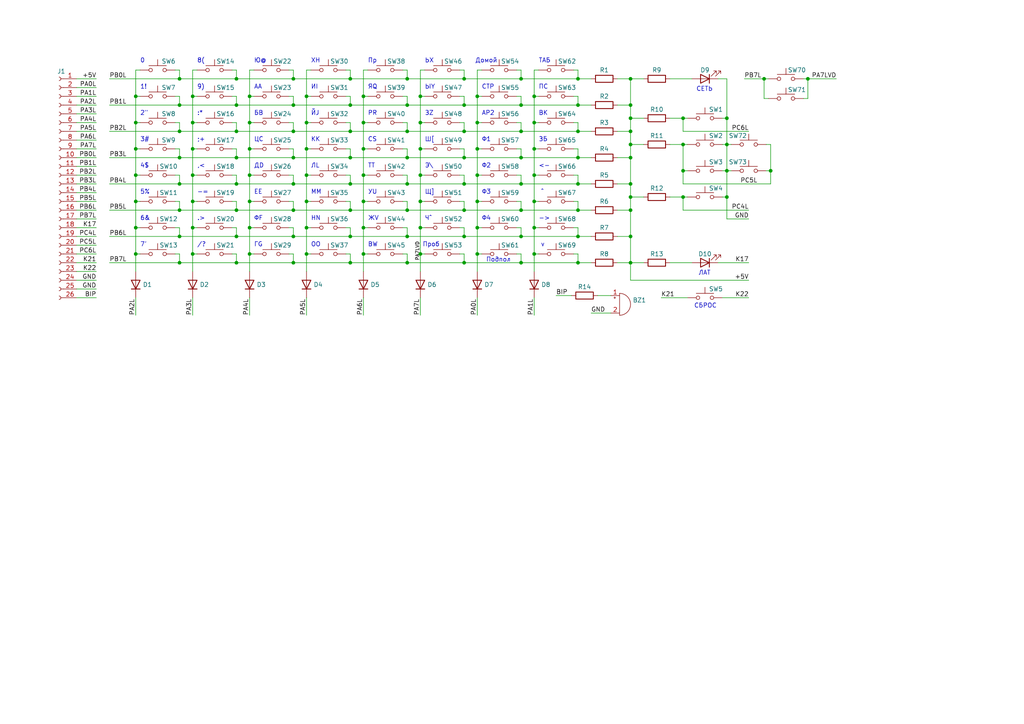
<source format=kicad_sch>
(kicad_sch (version 20230121) (generator eeschema)
  (paper "A4")
  (lib_symbols
    (symbol "Connector:Conn_01x26_Socket" (pin_names (offset 1.016) hide)
      (property "Reference" "J" (at 0 33.02 0))
      (property "Value" "Conn_01x26_Socket" (at 0 -35.56 0))
      (symbol "Conn_01x26_Socket_1_1"
        (pin passive line (at -5.08 30.48 0) (length 3.81) (name "Pin_1") (number "1"))
        (pin passive line (at -5.08 7.62 0) (length 3.81) (name "Pin_10") (number "10"))
        (pin passive line (at -5.08 5.08 0) (length 3.81) (name "Pin_11") (number "11"))
        (pin passive line (at -5.08 2.54 0) (length 3.81) (name "Pin_12") (number "12"))
        (pin passive line (at -5.08 0 0) (length 3.81) (name "Pin_13") (number "13"))
        (pin passive line (at -5.08 -2.54 0) (length 3.81) (name "Pin_14") (number "14"))
        (pin passive line (at -5.08 -5.08 0) (length 3.81) (name "Pin_15") (number "15"))
        (pin passive line (at -5.08 -7.62 0) (length 3.81) (name "Pin_16") (number "16"))
        (pin passive line (at -5.08 -10.16 0) (length 3.81) (name "Pin_17") (number "17"))
        (pin passive line (at -5.08 -12.7 0) (length 3.81) (name "Pin_18") (number "18"))
        (pin passive line (at -5.08 -15.24 0) (length 3.81) (name "Pin_19") (number "19"))
        (pin passive line (at -5.08 27.94 0) (length 3.81) (name "Pin_2") (number "2"))
        (pin passive line (at -5.08 -17.78 0) (length 3.81) (name "Pin_20") (number "20"))
        (pin passive line (at -5.08 -20.32 0) (length 3.81) (name "Pin_21") (number "21"))
        (pin passive line (at -5.08 -22.86 0) (length 3.81) (name "Pin_22") (number "22"))
        (pin passive line (at -5.08 -25.4 0) (length 3.81) (name "Pin_23") (number "23"))
        (pin passive line (at -5.08 -27.94 0) (length 3.81) (name "Pin_24") (number "24"))
        (pin passive line (at -5.08 -30.48 0) (length 3.81) (name "Pin_25") (number "25"))
        (pin passive line (at -5.08 -33.02 0) (length 3.81) (name "Pin_26") (number "26"))
        (pin passive line (at -5.08 25.4 0) (length 3.81) (name "Pin_3") (number "3"))
        (pin passive line (at -5.08 22.86 0) (length 3.81) (name "Pin_4") (number "4"))
        (pin passive line (at -5.08 20.32 0) (length 3.81) (name "Pin_5") (number "5"))
        (pin passive line (at -5.08 17.78 0) (length 3.81) (name "Pin_6") (number "6"))
        (pin passive line (at -5.08 15.24 0) (length 3.81) (name "Pin_7") (number "7"))
        (pin passive line (at -5.08 12.7 0) (length 3.81) (name "Pin_8") (number "8"))
        (pin passive line (at -5.08 10.16 0) (length 3.81) (name "Pin_9") (number "9"))
      )
    )
    (symbol "Device:Buzzer" (pin_names (offset 0.0254) hide)
      (property "Reference" "BZ" (at 3.81 1.27 0))
      (property "Value" "Buzzer" (at 3.81 -1.27 0))
      (symbol "Buzzer_1_1"
        (pin passive line (at -2.54 2.54 0) (length 2.54) (name "-") (number "1"))
        (pin passive line (at -2.54 -2.54 0) (length 2.54) (name "+") (number "2"))
      )
    )
    (symbol "Device:LED" (pin_numbers hide) (pin_names (offset 1.016) hide)
      (property "Reference" "D" (at 0 2.54 0))
      (property "Value" "LED" (at 0 -2.54 0))
      (symbol "LED_1_1"
        (pin passive line (at -3.81 0 0) (length 2.54) (name "K") (number "1"))
        (pin passive line (at 3.81 0 180) (length 2.54) (name "A") (number "2"))
      )
    )
    (symbol "Device:R" (pin_numbers hide) (pin_names (offset 0))
      (property "Reference" "R" (at 2.032 0 90))
      (property "Value" "R" (at 0 0 90))
      (symbol "R_1_1"
        (pin passive line (at 0 3.81 270) (length 1.27) (name "~") (number "1"))
        (pin passive line (at 0 -3.81 90) (length 1.27) (name "~") (number "2"))
      )
    )
    (symbol "Diode:1N4148" (pin_numbers hide) (pin_names hide)
      (property "Reference" "D" (at 0 2.54 0))
      (property "Value" "1N4148" (at 0 -2.54 0))
      (symbol "1N4148_1_1"
        (pin passive line (at -3.81 0 0) (length 2.54) (name "K") (number "1"))
        (pin passive line (at 3.81 0 180) (length 2.54) (name "A") (number "2"))
      )
    )
    (symbol "Switch:SW_Push" (pin_numbers hide) (pin_names (offset 1.016) hide)
      (property "Reference" "SW" (at 1.27 2.54 0))
      (property "Value" "SW_Push" (at 0 -1.524 0))
      (symbol "SW_Push_0_1"
        (pin passive line (at -5.08 0 0) (length 2.54) (name "1") (number "1"))
        (pin passive line (at 5.08 0 180) (length 2.54) (name "2") (number "2"))
      )
    )
  )
  (junction (at 198.12 34.29))
  (junction (at 105.41 27.94))
  (junction (at 154.94 73.66))
  (junction (at 151.13 22.86))
  (junction (at 52.07 53.34))
  (junction (at 138.43 66.04))
  (junction (at 151.13 45.72))
  (junction (at 121.92 27.94))
  (junction (at 167.64 76.2))
  (junction (at 118.11 38.1))
  (junction (at 151.13 68.58))
  (junction (at 154.94 58.42))
  (junction (at 52.07 30.48))
  (junction (at 198.12 49.53))
  (junction (at 134.62 76.2))
  (junction (at 151.13 76.2))
  (junction (at 182.88 45.72))
  (junction (at 182.88 41.91))
  (junction (at 118.11 30.48))
  (junction (at 39.37 58.42))
  (junction (at 105.41 58.42))
  (junction (at 85.09 45.72))
  (junction (at 72.39 50.8))
  (junction (at 68.58 76.2))
  (junction (at 121.92 73.66))
  (junction (at 88.9 35.56))
  (junction (at 182.88 30.48))
  (junction (at 85.09 22.86))
  (junction (at 134.62 60.96))
  (junction (at 85.09 38.1))
  (junction (at 85.09 53.34))
  (junction (at 134.62 30.48))
  (junction (at 138.43 50.8))
  (junction (at 118.11 53.34))
  (junction (at 167.64 60.96))
  (junction (at 55.88 50.8))
  (junction (at 182.88 57.15))
  (junction (at 134.62 22.86))
  (junction (at 101.6 60.96))
  (junction (at 39.37 27.94))
  (junction (at 118.11 45.72))
  (junction (at 138.43 43.18))
  (junction (at 52.07 76.2))
  (junction (at 134.62 53.34))
  (junction (at 72.39 43.18))
  (junction (at 105.41 43.18))
  (junction (at 68.58 38.1))
  (junction (at 118.11 68.58))
  (junction (at 138.43 58.42))
  (junction (at 68.58 53.34))
  (junction (at 121.92 35.56))
  (junction (at 55.88 43.18))
  (junction (at 101.6 53.34))
  (junction (at 72.39 58.42))
  (junction (at 52.07 38.1))
  (junction (at 85.09 68.58))
  (junction (at 121.92 58.42))
  (junction (at 101.6 45.72))
  (junction (at 88.9 58.42))
  (junction (at 52.07 22.86))
  (junction (at 55.88 58.42))
  (junction (at 121.92 43.18))
  (junction (at 72.39 66.04))
  (junction (at 167.64 38.1))
  (junction (at 85.09 76.2))
  (junction (at 210.82 34.29))
  (junction (at 134.62 68.58))
  (junction (at 88.9 50.8))
  (junction (at 72.39 73.66))
  (junction (at 182.88 53.34))
  (junction (at 68.58 68.58))
  (junction (at 151.13 53.34))
  (junction (at 182.88 34.29))
  (junction (at 151.13 60.96))
  (junction (at 134.62 45.72))
  (junction (at 68.58 30.48))
  (junction (at 85.09 60.96))
  (junction (at 88.9 27.94))
  (junction (at 210.82 57.15))
  (junction (at 52.07 45.72))
  (junction (at 52.07 68.58))
  (junction (at 105.41 73.66))
  (junction (at 55.88 27.94))
  (junction (at 88.9 43.18))
  (junction (at 88.9 73.66))
  (junction (at 101.6 30.48))
  (junction (at 105.41 35.56))
  (junction (at 198.12 41.91))
  (junction (at 118.11 22.86))
  (junction (at 134.62 38.1))
  (junction (at 223.52 49.53))
  (junction (at 105.41 66.04))
  (junction (at 85.09 30.48))
  (junction (at 39.37 50.8))
  (junction (at 39.37 43.18))
  (junction (at 118.11 76.2))
  (junction (at 167.64 53.34))
  (junction (at 55.88 35.56))
  (junction (at 68.58 45.72))
  (junction (at 221.615 22.86))
  (junction (at 105.41 50.8))
  (junction (at 68.58 22.86))
  (junction (at 151.13 30.48))
  (junction (at 198.12 57.15))
  (junction (at 210.82 41.91))
  (junction (at 138.43 73.66))
  (junction (at 154.94 66.04))
  (junction (at 182.88 38.1))
  (junction (at 182.88 22.86))
  (junction (at 39.37 73.66))
  (junction (at 39.37 35.56))
  (junction (at 154.94 35.56))
  (junction (at 101.6 68.58))
  (junction (at 154.94 43.18))
  (junction (at 88.9 66.04))
  (junction (at 138.43 35.56))
  (junction (at 101.6 38.1))
  (junction (at 55.88 66.04))
  (junction (at 210.82 49.53))
  (junction (at 151.13 38.1))
  (junction (at 72.39 27.94))
  (junction (at 138.43 27.94))
  (junction (at 234.315 22.86))
  (junction (at 121.92 50.8))
  (junction (at 182.88 60.96))
  (junction (at 55.88 73.66))
  (junction (at 167.64 45.72))
  (junction (at 39.37 66.04))
  (junction (at 154.94 50.8))
  (junction (at 167.64 68.58))
  (junction (at 154.94 27.94))
  (junction (at 121.92 66.04))
  (junction (at 101.6 76.2))
  (junction (at 182.88 76.2))
  (junction (at 182.88 68.58))
  (junction (at 101.6 22.86))
  (junction (at 167.64 22.86))
  (junction (at 118.11 60.96))
  (junction (at 167.64 30.48))
  (junction (at 52.07 60.96))
  (junction (at 72.39 35.56))
  (junction (at 68.58 60.96))
  (wire (pts (xy 52.07 50.8) (xy 50.8 50.8)))
  (wire (pts (xy 167.64 22.86) (xy 151.13 22.86)))
  (wire (pts (xy 72.39 27.94) (xy 72.39 35.56)))
  (wire (pts (xy 134.62 53.34) (xy 118.11 53.34)))
  (wire (pts (xy 138.43 86.36) (xy 138.43 91.44)))
  (wire (pts (xy 31.75 45.72) (xy 52.07 45.72)))
  (wire (pts (xy 55.88 43.18) (xy 55.88 50.8)))
  (wire (pts (xy 85.09 53.34) (xy 85.09 50.8)))
  (wire (pts (xy 52.07 20.32) (xy 50.8 20.32)))
  (wire (pts (xy 52.07 35.56) (xy 50.8 35.56)))
  (wire (pts (xy 194.31 22.86) (xy 200.66 22.86)))
  (wire (pts (xy 179.07 45.72) (xy 182.88 45.72)))
  (wire (pts (xy 179.07 38.1) (xy 182.88 38.1)))
  (wire (pts (xy 182.88 76.2) (xy 182.88 81.28)))
  (wire (pts (xy 85.09 60.96) (xy 101.6 60.96)))
  (wire (pts (xy 39.37 50.8) (xy 40.64 50.8)))
  (wire (pts (xy 133.35 50.8) (xy 134.62 50.8)))
  (wire (pts (xy 134.62 68.58) (xy 151.13 68.58)))
  (wire (pts (xy 22.225 78.74) (xy 27.94 78.74)))
  (wire (pts (xy 101.6 27.94) (xy 101.6 30.48)))
  (wire (pts (xy 55.88 66.04) (xy 57.15 66.04)))
  (wire (pts (xy 118.11 76.2) (xy 134.62 76.2)))
  (wire (pts (xy 88.9 66.04) (xy 88.9 73.66)))
  (wire (pts (xy 151.13 60.96) (xy 167.64 60.96)))
  (wire (pts (xy 121.92 73.66) (xy 121.92 78.74)))
  (wire (pts (xy 154.94 73.66) (xy 156.21 73.66)))
  (wire (pts (xy 83.82 66.04) (xy 85.09 66.04)))
  (wire (pts (xy 105.41 20.32) (xy 105.41 27.94)))
  (wire (pts (xy 39.37 66.04) (xy 40.64 66.04)))
  (wire (pts (xy 85.09 76.2) (xy 68.58 76.2)))
  (wire (pts (xy 182.88 68.58) (xy 182.88 76.2)))
  (wire (pts (xy 223.52 53.34) (xy 198.12 53.34)))
  (wire (pts (xy 233.045 22.86) (xy 234.315 22.86)))
  (wire (pts (xy 85.09 58.42) (xy 85.09 60.96)))
  (wire (pts (xy 22.225 68.58) (xy 27.94 68.58)))
  (wire (pts (xy 52.07 22.86) (xy 52.07 20.32)))
  (wire (pts (xy 101.6 76.2) (xy 118.11 76.2)))
  (wire (pts (xy 88.9 73.66) (xy 88.9 78.74)))
  (wire (pts (xy 134.62 58.42) (xy 134.62 60.96)))
  (wire (pts (xy 105.41 43.18) (xy 105.41 50.8)))
  (wire (pts (xy 167.64 73.66) (xy 166.37 73.66)))
  (wire (pts (xy 85.09 45.72) (xy 85.09 43.18)))
  (wire (pts (xy 134.62 43.18) (xy 134.62 45.72)))
  (wire (pts (xy 182.88 22.86) (xy 186.69 22.86)))
  (wire (pts (xy 182.88 30.48) (xy 182.88 34.29)))
  (wire (pts (xy 133.35 58.42) (xy 134.62 58.42)))
  (wire (pts (xy 22.225 71.12) (xy 27.94 71.12)))
  (wire (pts (xy 68.58 60.96) (xy 52.07 60.96)))
  (wire (pts (xy 133.35 66.04) (xy 134.62 66.04)))
  (wire (pts (xy 194.31 41.91) (xy 198.12 41.91)))
  (wire (pts (xy 116.84 73.66) (xy 118.11 73.66)))
  (wire (pts (xy 167.64 38.1) (xy 167.64 35.56)))
  (wire (pts (xy 22.225 30.48) (xy 27.94 30.48)))
  (wire (pts (xy 121.92 43.18) (xy 123.19 43.18)))
  (wire (pts (xy 198.12 34.29) (xy 198.12 38.1)))
  (wire (pts (xy 151.13 45.72) (xy 151.13 43.18)))
  (wire (pts (xy 121.92 86.36) (xy 121.92 91.44)))
  (wire (pts (xy 55.88 43.18) (xy 57.15 43.18)))
  (wire (pts (xy 50.8 66.04) (xy 52.07 66.04)))
  (wire (pts (xy 161.29 85.725) (xy 165.735 85.725)))
  (wire (pts (xy 39.37 66.04) (xy 39.37 73.66)))
  (wire (pts (xy 67.31 50.8) (xy 68.58 50.8)))
  (wire (pts (xy 85.09 30.48) (xy 68.58 30.48)))
  (wire (pts (xy 52.07 45.72) (xy 52.07 43.18)))
  (wire (pts (xy 118.11 35.56) (xy 118.11 38.1)))
  (wire (pts (xy 85.09 27.94) (xy 83.82 27.94)))
  (wire (pts (xy 167.64 27.94) (xy 167.64 30.48)))
  (wire (pts (xy 182.88 81.28) (xy 217.17 81.28)))
  (wire (pts (xy 22.225 63.5) (xy 27.94 63.5)))
  (wire (pts (xy 101.6 66.04) (xy 101.6 68.58)))
  (wire (pts (xy 182.88 45.72) (xy 182.88 53.34)))
  (wire (pts (xy 105.41 58.42) (xy 106.68 58.42)))
  (wire (pts (xy 88.9 50.8) (xy 90.17 50.8)))
  (wire (pts (xy 121.92 50.8) (xy 121.92 58.42)))
  (wire (pts (xy 123.19 20.32) (xy 121.92 20.32)))
  (wire (pts (xy 22.225 27.94) (xy 27.94 27.94)))
  (wire (pts (xy 22.225 45.72) (xy 27.94 45.72)))
  (wire (pts (xy 121.92 43.18) (xy 121.92 50.8)))
  (wire (pts (xy 52.07 43.18) (xy 50.8 43.18)))
  (wire (pts (xy 83.82 73.66) (xy 85.09 73.66)))
  (wire (pts (xy 85.09 76.2) (xy 101.6 76.2)))
  (wire (pts (xy 73.66 20.32) (xy 72.39 20.32)))
  (wire (pts (xy 39.37 50.8) (xy 39.37 58.42)))
  (wire (pts (xy 88.9 73.66) (xy 90.17 73.66)))
  (wire (pts (xy 167.64 76.2) (xy 171.45 76.2)))
  (wire (pts (xy 151.13 27.94) (xy 149.86 27.94)))
  (wire (pts (xy 154.94 27.94) (xy 154.94 35.56)))
  (wire (pts (xy 133.35 35.56) (xy 134.62 35.56)))
  (wire (pts (xy 100.33 27.94) (xy 101.6 27.94)))
  (wire (pts (xy 134.62 22.86) (xy 118.11 22.86)))
  (wire (pts (xy 31.75 53.34) (xy 52.07 53.34)))
  (wire (pts (xy 149.86 43.18) (xy 151.13 43.18)))
  (wire (pts (xy 72.39 66.04) (xy 72.39 73.66)))
  (wire (pts (xy 182.88 38.1) (xy 182.88 41.91)))
  (wire (pts (xy 88.9 66.04) (xy 90.17 66.04)))
  (wire (pts (xy 85.09 38.1) (xy 68.58 38.1)))
  (wire (pts (xy 134.62 45.72) (xy 118.11 45.72)))
  (wire (pts (xy 166.37 20.32) (xy 167.64 20.32)))
  (wire (pts (xy 133.35 20.32) (xy 134.62 20.32)))
  (wire (pts (xy 39.37 27.94) (xy 40.64 27.94)))
  (wire (pts (xy 39.37 73.66) (xy 40.64 73.66)))
  (wire (pts (xy 222.25 41.91) (xy 223.52 41.91)))
  (wire (pts (xy 101.6 38.1) (xy 85.09 38.1)))
  (wire (pts (xy 55.88 50.8) (xy 55.88 58.42)))
  (wire (pts (xy 134.62 27.94) (xy 134.62 30.48)))
  (wire (pts (xy 85.09 38.1) (xy 85.09 35.56)))
  (wire (pts (xy 134.62 38.1) (xy 118.11 38.1)))
  (wire (pts (xy 138.43 50.8) (xy 138.43 58.42)))
  (wire (pts (xy 57.15 20.32) (xy 55.88 20.32)))
  (wire (pts (xy 149.86 35.56) (xy 151.13 35.56)))
  (wire (pts (xy 68.58 27.94) (xy 68.58 30.48)))
  (wire (pts (xy 22.225 22.86) (xy 27.94 22.86)))
  (wire (pts (xy 39.37 35.56) (xy 39.37 43.18)))
  (wire (pts (xy 182.88 60.96) (xy 182.88 68.58)))
  (wire (pts (xy 167.64 30.48) (xy 151.13 30.48)))
  (wire (pts (xy 134.62 30.48) (xy 118.11 30.48)))
  (wire (pts (xy 22.225 86.36) (xy 27.94 86.36)))
  (wire (pts (xy 72.39 43.18) (xy 72.39 50.8)))
  (wire (pts (xy 39.37 73.66) (xy 39.37 78.74)))
  (wire (pts (xy 72.39 73.66) (xy 73.66 73.66)))
  (wire (pts (xy 52.07 73.66) (xy 50.8 73.66)))
  (wire (pts (xy 52.07 53.34) (xy 52.07 50.8)))
  (wire (pts (xy 72.39 66.04) (xy 73.66 66.04)))
  (wire (pts (xy 100.33 43.18) (xy 101.6 43.18)))
  (wire (pts (xy 39.37 58.42) (xy 39.37 66.04)))
  (wire (pts (xy 22.225 43.18) (xy 27.94 43.18)))
  (wire (pts (xy 72.39 86.36) (xy 72.39 91.44)))
  (wire (pts (xy 31.75 60.96) (xy 52.07 60.96)))
  (wire (pts (xy 167.64 53.34) (xy 171.45 53.34)))
  (wire (pts (xy 179.07 76.2) (xy 182.88 76.2)))
  (wire (pts (xy 198.12 34.29) (xy 199.39 34.29)))
  (wire (pts (xy 210.82 63.5) (xy 217.17 63.5)))
  (wire (pts (xy 138.43 58.42) (xy 138.43 66.04)))
  (wire (pts (xy 198.12 60.96) (xy 217.17 60.96)))
  (wire (pts (xy 154.94 86.36) (xy 154.94 91.44)))
  (wire (pts (xy 118.11 66.04) (xy 118.11 68.58)))
  (wire (pts (xy 121.92 73.66) (xy 123.19 73.66)))
  (wire (pts (xy 121.92 35.56) (xy 121.92 43.18)))
  (wire (pts (xy 134.62 20.32) (xy 134.62 22.86)))
  (wire (pts (xy 208.28 22.86) (xy 210.82 22.86)))
  (wire (pts (xy 167.64 43.18) (xy 167.64 45.72)))
  (wire (pts (xy 209.55 34.29) (xy 210.82 34.29)))
  (wire (pts (xy 85.09 35.56) (xy 83.82 35.56)))
  (wire (pts (xy 134.62 60.96) (xy 151.13 60.96)))
  (wire (pts (xy 85.09 73.66) (xy 85.09 76.2)))
  (wire (pts (xy 55.88 35.56) (xy 55.88 43.18)))
  (wire (pts (xy 22.225 50.8) (xy 27.94 50.8)))
  (wire (pts (xy 133.35 73.66) (xy 134.62 73.66)))
  (wire (pts (xy 101.6 58.42) (xy 101.6 60.96)))
  (wire (pts (xy 67.31 73.66) (xy 68.58 73.66)))
  (wire (pts (xy 88.9 27.94) (xy 90.17 27.94)))
  (wire (pts (xy 39.37 43.18) (xy 39.37 50.8)))
  (wire (pts (xy 138.43 43.18) (xy 139.7 43.18)))
  (wire (pts (xy 22.225 66.04) (xy 27.94 66.04)))
  (wire (pts (xy 134.62 50.8) (xy 134.62 53.34)))
  (wire (pts (xy 52.07 68.58) (xy 68.58 68.58)))
  (wire (pts (xy 116.84 66.04) (xy 118.11 66.04)))
  (wire (pts (xy 209.55 41.91) (xy 210.82 41.91)))
  (wire (pts (xy 72.39 58.42) (xy 73.66 58.42)))
  (wire (pts (xy 68.58 35.56) (xy 68.58 38.1)))
  (wire (pts (xy 167.64 45.72) (xy 171.45 45.72)))
  (wire (pts (xy 88.9 50.8) (xy 88.9 58.42)))
  (wire (pts (xy 118.11 20.32) (xy 118.11 22.86)))
  (wire (pts (xy 105.41 27.94) (xy 106.68 27.94)))
  (wire (pts (xy 138.43 73.66) (xy 138.43 78.74)))
  (wire (pts (xy 221.615 28.575) (xy 221.615 22.86)))
  (wire (pts (xy 138.43 58.42) (xy 139.7 58.42)))
  (wire (pts (xy 151.13 68.58) (xy 151.13 66.04)))
  (wire (pts (xy 52.07 30.48) (xy 52.07 27.94)))
  (wire (pts (xy 39.37 58.42) (xy 40.64 58.42)))
  (wire (pts (xy 101.6 22.86) (xy 85.09 22.86)))
  (wire (pts (xy 22.225 53.34) (xy 27.94 53.34)))
  (wire (pts (xy 210.82 41.91) (xy 210.82 34.29)))
  (wire (pts (xy 149.86 50.8) (xy 151.13 50.8)))
  (wire (pts (xy 101.6 30.48) (xy 85.09 30.48)))
  (wire (pts (xy 182.88 41.91) (xy 182.88 45.72)))
  (wire (pts (xy 72.39 50.8) (xy 73.66 50.8)))
  (wire (pts (xy 101.6 53.34) (xy 85.09 53.34)))
  (wire (pts (xy 105.41 43.18) (xy 106.68 43.18)))
  (wire (pts (xy 138.43 73.66) (xy 139.7 73.66)))
  (wire (pts (xy 55.88 73.66) (xy 57.15 73.66)))
  (wire (pts (xy 101.6 60.96) (xy 118.11 60.96)))
  (wire (pts (xy 68.58 73.66) (xy 68.58 76.2)))
  (wire (pts (xy 22.225 38.1) (xy 27.94 38.1)))
  (wire (pts (xy 39.37 35.56) (xy 40.64 35.56)))
  (wire (pts (xy 210.82 57.15) (xy 210.82 49.53)))
  (wire (pts (xy 154.94 58.42) (xy 156.21 58.42)))
  (wire (pts (xy 105.41 66.04) (xy 106.68 66.04)))
  (wire (pts (xy 182.88 57.15) (xy 186.69 57.15)))
  (wire (pts (xy 166.37 50.8) (xy 167.64 50.8)))
  (wire (pts (xy 121.92 66.04) (xy 123.19 66.04)))
  (wire (pts (xy 138.43 27.94) (xy 139.7 27.94)))
  (wire (pts (xy 100.33 35.56) (xy 101.6 35.56)))
  (wire (pts (xy 166.37 27.94) (xy 167.64 27.94)))
  (wire (pts (xy 182.88 53.34) (xy 182.88 57.15)))
  (wire (pts (xy 167.64 20.32) (xy 167.64 22.86)))
  (wire (pts (xy 210.82 49.53) (xy 212.09 49.53)))
  (wire (pts (xy 182.88 34.29) (xy 186.69 34.29)))
  (wire (pts (xy 22.225 55.88) (xy 27.94 55.88)))
  (wire (pts (xy 167.64 68.58) (xy 171.45 68.58)))
  (wire (pts (xy 68.58 66.04) (xy 68.58 68.58)))
  (wire (pts (xy 151.13 30.48) (xy 151.13 27.94)))
  (wire (pts (xy 118.11 38.1) (xy 101.6 38.1)))
  (wire (pts (xy 88.9 43.18) (xy 88.9 50.8)))
  (wire (pts (xy 151.13 76.2) (xy 167.64 76.2)))
  (wire (pts (xy 118.11 43.18) (xy 118.11 45.72)))
  (wire (pts (xy 105.41 86.36) (xy 105.41 91.44)))
  (wire (pts (xy 121.92 27.94) (xy 121.92 35.56)))
  (wire (pts (xy 116.84 43.18) (xy 118.11 43.18)))
  (wire (pts (xy 55.88 27.94) (xy 55.88 35.56)))
  (wire (pts (xy 88.9 35.56) (xy 90.17 35.56)))
  (wire (pts (xy 198.12 41.91) (xy 199.39 41.91)))
  (wire (pts (xy 39.37 20.32) (xy 39.37 27.94)))
  (wire (pts (xy 101.6 35.56) (xy 101.6 38.1)))
  (wire (pts (xy 154.94 73.66) (xy 154.94 78.74)))
  (wire (pts (xy 88.9 20.32) (xy 88.9 27.94)))
  (wire (pts (xy 151.13 45.72) (xy 134.62 45.72)))
  (wire (pts (xy 22.225 33.02) (xy 27.94 33.02)))
  (wire (pts (xy 22.225 35.56) (xy 27.94 35.56)))
  (wire (pts (xy 138.43 27.94) (xy 138.43 35.56)))
  (wire (pts (xy 194.31 34.29) (xy 198.12 34.29)))
  (wire (pts (xy 151.13 38.1) (xy 167.64 38.1)))
  (wire (pts (xy 179.07 53.34) (xy 182.88 53.34)))
  (wire (pts (xy 154.94 50.8) (xy 154.94 58.42)))
  (wire (pts (xy 134.62 73.66) (xy 134.62 76.2)))
  (wire (pts (xy 179.07 68.58) (xy 182.88 68.58)))
  (wire (pts (xy 67.31 20.32) (xy 68.58 20.32)))
  (wire (pts (xy 68.58 45.72) (xy 52.07 45.72)))
  (wire (pts (xy 221.615 22.86) (xy 222.885 22.86)))
  (wire (pts (xy 22.225 81.28) (xy 27.94 81.28)))
  (wire (pts (xy 116.84 35.56) (xy 118.11 35.56)))
  (wire (pts (xy 191.77 86.36) (xy 199.39 86.36)))
  (wire (pts (xy 72.39 50.8) (xy 72.39 58.42)))
  (wire (pts (xy 85.09 66.04) (xy 85.09 68.58)))
  (wire (pts (xy 85.09 20.32) (xy 83.82 20.32)))
  (wire (pts (xy 134.62 76.2) (xy 151.13 76.2)))
  (wire (pts (xy 223.52 49.53) (xy 223.52 53.34)))
  (wire (pts (xy 121.92 50.8) (xy 123.19 50.8)))
  (wire (pts (xy 151.13 22.86) (xy 134.62 22.86)))
  (wire (pts (xy 116.84 20.32) (xy 118.11 20.32)))
  (wire (pts (xy 88.9 35.56) (xy 88.9 43.18)))
  (wire (pts (xy 210.82 41.91) (xy 212.09 41.91)))
  (wire (pts (xy 39.37 27.94) (xy 39.37 35.56)))
  (wire (pts (xy 154.94 58.42) (xy 154.94 66.04)))
  (wire (pts (xy 223.52 41.91) (xy 223.52 49.53)))
  (wire (pts (xy 179.07 60.96) (xy 182.88 60.96)))
  (wire (pts (xy 209.55 49.53) (xy 210.82 49.53)))
  (wire (pts (xy 105.41 66.04) (xy 105.41 73.66)))
  (wire (pts (xy 85.09 60.96) (xy 68.58 60.96)))
  (wire (pts (xy 55.88 66.04) (xy 55.88 73.66)))
  (wire (pts (xy 208.28 76.2) (xy 217.17 76.2)))
  (wire (pts (xy 151.13 35.56) (xy 151.13 38.1)))
  (wire (pts (xy 134.62 66.04) (xy 134.62 68.58)))
  (wire (pts (xy 116.84 50.8) (xy 118.11 50.8)))
  (wire (pts (xy 55.88 73.66) (xy 55.88 78.74)))
  (wire (pts (xy 121.92 20.32) (xy 121.92 27.94)))
  (wire (pts (xy 182.88 57.15) (xy 182.88 60.96)))
  (wire (pts (xy 72.39 35.56) (xy 72.39 43.18)))
  (wire (pts (xy 167.64 60.96) (xy 167.64 58.42)))
  (wire (pts (xy 121.92 58.42) (xy 121.92 66.04)))
  (wire (pts (xy 173.355 85.725) (xy 177.165 85.725)))
  (wire (pts (xy 167.64 68.58) (xy 151.13 68.58)))
  (wire (pts (xy 68.58 58.42) (xy 68.58 60.96)))
  (wire (pts (xy 67.31 27.94) (xy 68.58 27.94)))
  (wire (pts (xy 154.94 50.8) (xy 156.21 50.8)))
  (wire (pts (xy 133.35 43.18) (xy 134.62 43.18)))
  (wire (pts (xy 118.11 58.42) (xy 118.11 60.96)))
  (wire (pts (xy 209.55 57.15) (xy 210.82 57.15)))
  (wire (pts (xy 118.11 68.58) (xy 134.62 68.58)))
  (wire (pts (xy 166.37 58.42) (xy 167.64 58.42)))
  (wire (pts (xy 83.82 58.42) (xy 85.09 58.42)))
  (wire (pts (xy 105.41 50.8) (xy 105.41 58.42)))
  (wire (pts (xy 118.11 73.66) (xy 118.11 76.2)))
  (wire (pts (xy 31.75 22.86) (xy 52.07 22.86)))
  (wire (pts (xy 100.33 58.42) (xy 101.6 58.42)))
  (wire (pts (xy 85.09 50.8) (xy 83.82 50.8)))
  (wire (pts (xy 118.11 60.96) (xy 134.62 60.96)))
  (wire (pts (xy 234.315 28.575) (xy 234.315 22.86)))
  (wire (pts (xy 154.94 43.18) (xy 156.21 43.18)))
  (wire (pts (xy 182.88 41.91) (xy 186.69 41.91)))
  (wire (pts (xy 156.21 20.32) (xy 154.94 20.32)))
  (wire (pts (xy 118.11 50.8) (xy 118.11 53.34)))
  (wire (pts (xy 167.64 22.86) (xy 171.45 22.86)))
  (wire (pts (xy 52.07 60.96) (xy 52.07 58.42)))
  (wire (pts (xy 151.13 50.8) (xy 151.13 53.34)))
  (wire (pts (xy 88.9 27.94) (xy 88.9 35.56)))
  (wire (pts (xy 198.12 57.15) (xy 198.12 60.96)))
  (wire (pts (xy 72.39 43.18) (xy 73.66 43.18)))
  (wire (pts (xy 167.64 38.1) (xy 171.45 38.1)))
  (wire (pts (xy 121.92 27.94) (xy 123.19 27.94)))
  (wire (pts (xy 151.13 20.32) (xy 149.86 20.32)))
  (wire (pts (xy 55.88 50.8) (xy 57.15 50.8)))
  (wire (pts (xy 72.39 27.94) (xy 73.66 27.94)))
  (wire (pts (xy 68.58 38.1) (xy 52.07 38.1)))
  (wire (pts (xy 151.13 53.34) (xy 134.62 53.34)))
  (wire (pts (xy 121.92 58.42) (xy 123.19 58.42)))
  (wire (pts (xy 179.07 22.86) (xy 182.88 22.86)))
  (wire (pts (xy 22.225 73.66) (xy 27.94 73.66)))
  (wire (pts (xy 68.58 43.18) (xy 68.58 45.72)))
  (wire (pts (xy 138.43 66.04) (xy 138.43 73.66)))
  (wire (pts (xy 149.86 58.42) (xy 151.13 58.42)))
  (wire (pts (xy 101.6 45.72) (xy 85.09 45.72)))
  (wire (pts (xy 167.64 76.2) (xy 167.64 73.66)))
  (wire (pts (xy 210.82 57.15) (xy 210.82 63.5)))
  (wire (pts (xy 85.09 53.34) (xy 68.58 53.34)))
  (wire (pts (xy 67.31 43.18) (xy 68.58 43.18)))
  (wire (pts (xy 138.43 66.04) (xy 139.7 66.04)))
  (wire (pts (xy 85.09 43.18) (xy 83.82 43.18)))
  (wire (pts (xy 167.64 30.48) (xy 171.45 30.48)))
  (wire (pts (xy 31.75 76.2) (xy 52.07 76.2)))
  (wire (pts (xy 52.07 27.94) (xy 50.8 27.94)))
  (wire (pts (xy 68.58 53.34) (xy 52.07 53.34)))
  (wire (pts (xy 154.94 43.18) (xy 154.94 50.8)))
  (wire (pts (xy 85.09 45.72) (xy 68.58 45.72)))
  (wire (pts (xy 67.31 66.04) (xy 68.58 66.04)))
  (wire (pts (xy 105.41 58.42) (xy 105.41 66.04)))
  (wire (pts (xy 31.75 38.1) (xy 52.07 38.1)))
  (wire (pts (xy 121.92 35.56) (xy 123.19 35.56)))
  (wire (pts (xy 154.94 27.94) (xy 156.21 27.94)))
  (wire (pts (xy 67.31 35.56) (xy 68.58 35.56)))
  (wire (pts (xy 101.6 43.18) (xy 101.6 45.72)))
  (wire (pts (xy 68.58 68.58) (xy 85.09 68.58)))
  (wire (pts (xy 22.225 83.82) (xy 27.94 83.82)))
  (wire (pts (xy 100.33 50.8) (xy 101.6 50.8)))
  (wire (pts (xy 85.09 30.48) (xy 85.09 27.94)))
  (wire (pts (xy 134.62 35.56) (xy 134.62 38.1)))
  (wire (pts (xy 52.07 38.1) (xy 52.07 35.56)))
  (wire (pts (xy 88.9 86.36) (xy 88.9 91.44)))
  (wire (pts (xy 88.9 58.42) (xy 88.9 66.04)))
  (wire (pts (xy 138.43 43.18) (xy 138.43 50.8)))
  (wire (pts (xy 166.37 43.18) (xy 167.64 43.18)))
  (wire (pts (xy 22.225 25.4) (xy 27.94 25.4)))
  (wire (pts (xy 118.11 22.86) (xy 101.6 22.86)))
  (wire (pts (xy 52.07 68.58) (xy 52.07 66.04)))
  (wire (pts (xy 171.45 90.805) (xy 177.165 90.805)))
  (wire (pts (xy 55.88 20.32) (xy 55.88 27.94)))
  (wire (pts (xy 40.64 20.32) (xy 39.37 20.32)))
  (wire (pts (xy 105.41 73.66) (xy 106.68 73.66)))
  (wire (pts (xy 22.225 76.2) (xy 27.94 76.2)))
  (wire (pts (xy 85.09 68.58) (xy 101.6 68.58)))
  (wire (pts (xy 22.225 60.96) (xy 27.94 60.96)))
  (wire (pts (xy 22.225 40.64) (xy 27.94 40.64)))
  (wire (pts (xy 72.39 73.66) (xy 72.39 78.74)))
  (wire (pts (xy 22.225 48.26) (xy 27.94 48.26)))
  (wire (pts (xy 68.58 76.2) (xy 52.07 76.2)))
  (wire (pts (xy 101.6 20.32) (xy 101.6 22.86)))
  (wire (pts (xy 72.39 58.42) (xy 72.39 66.04)))
  (wire (pts (xy 31.75 68.58) (xy 52.07 68.58)))
  (wire (pts (xy 105.41 50.8) (xy 106.68 50.8)))
  (wire (pts (xy 22.225 58.42) (xy 27.94 58.42)))
  (wire (pts (xy 55.88 86.36) (xy 55.88 91.44)))
  (wire (pts (xy 52.07 76.2) (xy 52.07 73.66)))
  (wire (pts (xy 101.6 68.58) (xy 118.11 68.58)))
  (wire (pts (xy 105.41 27.94) (xy 105.41 35.56)))
  (wire (pts (xy 39.37 86.36) (xy 39.37 91.44)))
  (wire (pts (xy 194.31 57.15) (xy 198.12 57.15)))
  (wire (pts (xy 149.86 73.66) (xy 151.13 73.66)))
  (wire (pts (xy 116.84 58.42) (xy 118.11 58.42)))
  (wire (pts (xy 198.12 57.15) (xy 199.39 57.15)))
  (wire (pts (xy 67.31 58.42) (xy 68.58 58.42)))
  (wire (pts (xy 182.88 76.2) (xy 186.69 76.2)))
  (wire (pts (xy 31.75 30.48) (xy 52.07 30.48)))
  (wire (pts (xy 55.88 58.42) (xy 55.88 66.04)))
  (wire (pts (xy 90.17 20.32) (xy 88.9 20.32)))
  (wire (pts (xy 210.82 34.29) (xy 210.82 22.86)))
  (wire (pts (xy 215.9 22.86) (xy 221.615 22.86)))
  (wire (pts (xy 234.315 22.86) (xy 242.57 22.86)))
  (wire (pts (xy 106.68 20.32) (xy 105.41 20.32)))
  (wire (pts (xy 167.64 66.04) (xy 167.64 68.58)))
  (wire (pts (xy 105.41 73.66) (xy 105.41 78.74)))
  (wire (pts (xy 151.13 38.1) (xy 134.62 38.1)))
  (wire (pts (xy 154.94 35.56) (xy 156.21 35.56)))
  (wire (pts (xy 198.12 38.1) (xy 217.17 38.1)))
  (wire (pts (xy 154.94 35.56) (xy 154.94 43.18)))
  (wire (pts (xy 55.88 35.56) (xy 57.15 35.56)))
  (wire (pts (xy 138.43 50.8) (xy 139.7 50.8)))
  (wire (pts (xy 233.045 28.575) (xy 234.315 28.575)))
  (wire (pts (xy 39.37 43.18) (xy 40.64 43.18)))
  (wire (pts (xy 85.09 22.86) (xy 68.58 22.86)))
  (wire (pts (xy 101.6 73.66) (xy 101.6 76.2)))
  (wire (pts (xy 100.33 20.32) (xy 101.6 20.32)))
  (wire (pts (xy 138.43 35.56) (xy 139.7 35.56)))
  (wire (pts (xy 138.43 20.32) (xy 138.43 27.94)))
  (wire (pts (xy 154.94 20.32) (xy 154.94 27.94)))
  (wire (pts (xy 105.41 35.56) (xy 105.41 43.18)))
  (wire (pts (xy 151.13 73.66) (xy 151.13 76.2)))
  (wire (pts (xy 222.885 28.575) (xy 221.615 28.575)))
  (wire (pts (xy 139.7 20.32) (xy 138.43 20.32)))
  (wire (pts (xy 167.64 45.72) (xy 151.13 45.72)))
  (wire (pts (xy 167.64 60.96) (xy 171.45 60.96)))
  (wire (pts (xy 151.13 58.42) (xy 151.13 60.96)))
  (wire (pts (xy 116.84 27.94) (xy 118.11 27.94)))
  (wire (pts (xy 151.13 53.34) (xy 167.64 53.34)))
  (wire (pts (xy 166.37 35.56) (xy 167.64 35.56)))
  (wire (pts (xy 182.88 34.29) (xy 182.88 38.1)))
  (wire (pts (xy 154.94 66.04) (xy 156.21 66.04)))
  (wire (pts (xy 194.31 76.2) (xy 200.66 76.2)))
  (wire (pts (xy 118.11 30.48) (xy 101.6 30.48)))
  (wire (pts (xy 154.94 66.04) (xy 154.94 73.66)))
  (wire (pts (xy 151.13 30.48) (xy 134.62 30.48)))
  (wire (pts (xy 222.25 49.53) (xy 223.52 49.53)))
  (wire (pts (xy 167.64 53.34) (xy 167.64 50.8)))
  (wire (pts (xy 68.58 20.32) (xy 68.58 22.86)))
  (wire (pts (xy 72.39 20.32) (xy 72.39 27.94)))
  (wire (pts (xy 166.37 66.04) (xy 167.64 66.04)))
  (wire (pts (xy 68.58 30.48) (xy 52.07 30.48)))
  (wire (pts (xy 85.09 22.86) (xy 85.09 20.32)))
  (wire (pts (xy 118.11 27.94) (xy 118.11 30.48)))
  (wire (pts (xy 101.6 50.8) (xy 101.6 53.34)))
  (wire (pts (xy 182.88 22.86) (xy 182.88 30.48)))
  (wire (pts (xy 198.12 41.91) (xy 198.12 49.53)))
  (wire (pts (xy 88.9 58.42) (xy 90.17 58.42)))
  (wire (pts (xy 149.86 66.04) (xy 151.13 66.04)))
  (wire (pts (xy 121.92 66.04) (xy 121.92 73.66)))
  (wire (pts (xy 52.07 58.42) (xy 50.8 58.42)))
  (wire (pts (xy 198.12 53.34) (xy 198.12 49.53)))
  (wire (pts (xy 100.33 66.04) (xy 101.6 66.04)))
  (wire (pts (xy 72.39 35.56) (xy 73.66 35.56)))
  (wire (pts (xy 118.11 53.34) (xy 101.6 53.34)))
  (wire (pts (xy 55.88 58.42) (xy 57.15 58.42)))
  (wire (pts (xy 118.11 45.72) (xy 101.6 45.72)))
  (wire (pts (xy 209.55 86.36) (xy 217.17 86.36)))
  (wire (pts (xy 105.41 35.56) (xy 106.68 35.56)))
  (wire (pts (xy 100.33 73.66) (xy 101.6 73.66)))
  (wire (pts (xy 198.12 49.53) (xy 199.39 49.53)))
  (wire (pts (xy 68.58 22.86) (xy 52.07 22.86)))
  (wire (pts (xy 88.9 43.18) (xy 90.17 43.18)))
  (wire (pts (xy 179.07 30.48) (xy 182.88 30.48)))
  (wire (pts (xy 138.43 35.56) (xy 138.43 43.18)))
  (wire (pts (xy 151.13 22.86) (xy 151.13 20.32)))
  (wire (pts (xy 133.35 27.94) (xy 134.62 27.94)))
  (wire (pts (xy 68.58 50.8) (xy 68.58 53.34)))
  (wire (pts (xy 210.82 49.53) (xy 210.82 41.91)))
  (wire (pts (xy 55.88 27.94) (xy 57.15 27.94)))
  (text "ФF" (at 73.66 64.135 0) (effects (font (size 1.27 1.27)) (justify left bottom)))
  (text "8(" (at 57.15 18.415 0) (effects (font (size 1.27 1.27)) (justify left bottom)))
  (text "ЛАТ" (at 202.565 80.01 0) (effects (font (size 1.27 1.27)) (justify left bottom)))
  (text "ЖV" (at 106.68 64.135 0) (effects (font (size 1.27 1.27)) (justify left bottom)))
  (text "ГG" (at 73.66 71.755 0) (effects (font (size 1.27 1.27)) (justify left bottom)))
  (text ";+" (at 57.15 41.275 0) (effects (font (size 1.27 1.27)) (justify left bottom)))
  (text "ЗZ" (at 123.19 33.655 0) (effects (font (size 1.27 1.27)) (justify left bottom)))
  (text "KK" (at 90.17 41.275 0) (effects (font (size 1.27 1.27)) (justify left bottom)))
  (text "OO" (at 90.17 71.755 0) (effects (font (size 1.27 1.27)) (justify left bottom)))
  (text "EE" (at 73.66 56.515 0) (effects (font (size 1.27 1.27)) (justify left bottom)))
  (text "CS" (at 106.68 41.275 0) (effects (font (size 1.27 1.27)) (justify left bottom)))
  (text "MM" (at 90.17 56.515 0) (effects (font (size 1.27 1.27)) (justify left bottom)))
  (text "->" (at 156.21 64.135 0) (effects (font (size 1.27 1.27)) (justify left bottom)))
  (text ".>" (at 57.15 64.135 0) (effects (font (size 1.27 1.27)) (justify left bottom)))
  (text "7'" (at 40.64 71.755 0) (effects (font (size 1.27 1.27)) (justify left bottom)))
  (text "ВW" (at 106.68 71.755 0) (effects (font (size 1.27 1.27)) (justify left bottom)))
  (text "XH" (at 90.17 18.415 0) (effects (font (size 1.27 1.27)) (justify left bottom)))
  (text "^" (at 156.845 56.515 0) (effects (font (size 1.27 1.27)) (justify left bottom)))
  (text "СТР" (at 139.7 26.035 0) (effects (font (size 1.27 1.27)) (justify left bottom)))
  (text "-=" (at 57.15 56.515 0) (effects (font (size 1.27 1.27)) (justify left bottom)))
  (text "v" (at 156.845 71.755 0) (effects (font (size 1.27 1.27)) (justify left bottom)))
  (text "ЬХ" (at 123.19 18.415 0) (effects (font (size 1.27 1.27)) (justify left bottom)))
  (text "Э\\" (at 123.19 48.895 0) (effects (font (size 1.27 1.27)) (justify left bottom)))
  (text "Ф2" (at 139.7 48.895 0) (effects (font (size 1.27 1.27)) (justify left bottom)))
  (text "ВК" (at 156.21 33.655 0) (effects (font (size 1.27 1.27)) (justify left bottom)))
  (text "СЕТЬ" (at 201.93 26.67 0) (effects (font (size 1.27 1.27)) (justify left bottom)))
  (text "ЙJ" (at 90.17 33.655 0) (effects (font (size 1.27 1.27)) (justify left bottom)))
  (text "Подпол" (at 140.97 76.2 0) (effects (font (size 1.27 1.27)) (justify left bottom)))
  (text "Ш[" (at 123.19 41.275 0) (effects (font (size 1.27 1.27)) (justify left bottom)))
  (text ":*" (at 57.15 33.655 0) (effects (font (size 1.27 1.27)) (justify left bottom)))
  (text "Ю@" (at 73.66 18.415 0) (effects (font (size 1.27 1.27)) (justify left bottom)))
  (text "ЦC" (at 73.66 41.275 0) (effects (font (size 1.27 1.27)) (justify left bottom)))
  (text "Ф1" (at 139.7 41.275 0) (effects (font (size 1.27 1.27)) (justify left bottom)))
  (text "Щ]" (at 123.19 56.515 0) (effects (font (size 1.27 1.27)) (justify left bottom)))
  (text "4$" (at 40.64 48.895 0) (effects (font (size 1.27 1.27)) (justify left bottom)))
  (text "HN" (at 90.17 64.135 0) (effects (font (size 1.27 1.27)) (justify left bottom)))
  (text "ТАБ" (at 156.21 18.415 0) (effects (font (size 1.27 1.27)) (justify left bottom)))
  (text "Домой" (at 137.795 18.415 0) (effects (font (size 1.27 1.27)) (justify left bottom)))
  (text "ИI" (at 90.17 26.035 0) (effects (font (size 1.27 1.27)) (justify left bottom)))
  (text "ЗБ" (at 156.21 41.275 0) (effects (font (size 1.27 1.27)) (justify left bottom)))
  (text "1!" (at 40.64 26.035 0) (effects (font (size 1.27 1.27)) (justify left bottom)))
  (text "СБРОС" (at 201.295 89.535 0) (effects (font (size 1.27 1.27)) (justify left bottom)))
  (text "PR" (at 106.68 33.655 0) (effects (font (size 1.27 1.27)) (justify left bottom)))
  (text "5%" (at 40.64 56.515 0) (effects (font (size 1.27 1.27)) (justify left bottom)))
  (text "АР2" (at 139.7 33.655 0) (effects (font (size 1.27 1.27)) (justify left bottom)))
  (text "Пр" (at 106.68 18.415 0) (effects (font (size 1.27 1.27)) (justify left bottom)))
  (text "<-" (at 156.21 48.895 0) (effects (font (size 1.27 1.27)) (justify left bottom)))
  (text "ЫY" (at 123.19 26.035 0) (effects (font (size 1.27 1.27)) (justify left bottom)))
  (text "Ч^" (at 123.19 64.135 0) (effects (font (size 1.27 1.27)) (justify left bottom)))
  (text "ДD" (at 73.66 48.895 0) (effects (font (size 1.27 1.27)) (justify left bottom)))
  (text "Проб" (at 122.555 71.755 0) (effects (font (size 1.27 1.27)) (justify left bottom)))
  (text "/?" (at 57.15 71.755 0) (effects (font (size 1.27 1.27)) (justify left bottom)))
  (text "AA" (at 73.66 26.035 0) (effects (font (size 1.27 1.27)) (justify left bottom)))
  (text ",<" (at 57.15 48.895 0) (effects (font (size 1.27 1.27)) (justify left bottom)))
  (text "Ф4" (at 139.7 64.135 0) (effects (font (size 1.27 1.27)) (justify left bottom)))
  (text "БB" (at 73.66 33.655 0) (effects (font (size 1.27 1.27)) (justify left bottom)))
  (text "3#" (at 40.64 41.275 0) (effects (font (size 1.27 1.27)) (justify left bottom)))
  (text "TT" (at 106.68 48.895 0) (effects (font (size 1.27 1.27)) (justify left bottom)))
  (text "ПС" (at 156.21 26.035 0) (effects (font (size 1.27 1.27)) (justify left bottom)))
  (text "Ф3" (at 139.7 56.515 0) (effects (font (size 1.27 1.27)) (justify left bottom)))
  (text "ЛL" (at 90.17 48.895 0) (effects (font (size 1.27 1.27)) (justify left bottom)))
  (text "6&" (at 40.64 64.135 0) (effects (font (size 1.27 1.27)) (justify left bottom)))
  (text "ЯQ" (at 106.68 26.035 0) (effects (font (size 1.27 1.27)) (justify left bottom)))
  (text "0" (at 40.64 18.415 0) (effects (font (size 1.27 1.27)) (justify left bottom)))
  (text "2\"" (at 40.64 33.655 0) (effects (font (size 1.27 1.27)) (justify left bottom)))
  (text "УU" (at 106.68 56.515 0) (effects (font (size 1.27 1.27)) (justify left bottom)))
  (text "9)" (at 57.15 26.035 0) (effects (font (size 1.27 1.27)) (justify left bottom)))
  (label "PA4L" (at 27.94 35.56 180))
  (label "BIP" (at 161.29 85.725 0))
  (label "PB7L" (at 31.75 76.2 0))
  (label "PA1L" (at 27.94 27.94 180))
  (label "PB4L" (at 31.75 53.34 0))
  (label "PB2L" (at 27.94 50.8 180))
  (label "PB3L" (at 27.94 53.34 180))
  (label "PC6L" (at 217.17 38.1 180))
  (label "PA4L" (at 72.39 91.44 90))
  (label "PB7L" (at 27.94 63.5 180))
  (label "PB5L" (at 31.75 60.96 0))
  (label "+5V" (at 217.17 81.28 180))
  (label "PA0L" (at 27.94 25.4 180))
  (label "K17" (at 27.94 66.04 180))
  (label "PA2L" (at 39.37 91.44 90))
  (label "K22" (at 27.94 78.74 180))
  (label "PA7L" (at 27.94 43.18 180))
  (label "K22" (at 217.17 86.36 180))
  (label "PC4L" (at 217.17 60.96 180))
  (label "PB0L" (at 27.94 45.72 180))
  (label "PA2L" (at 27.94 30.48 180))
  (label "PB0L" (at 31.75 22.86 0))
  (label "GND" (at 27.94 81.28 180))
  (label "PB1L" (at 31.75 30.48 0))
  (label "PB5L" (at 27.94 58.42 180))
  (label "PA7LVD" (at 242.57 22.86 180))
  (label "PB4L" (at 27.94 55.88 180))
  (label "K21" (at 27.94 76.2 180))
  (label "PA6L" (at 105.41 91.44 90))
  (label "PB7L" (at 215.9 22.86 0))
  (label "PA3L" (at 27.94 33.02 180))
  (label "PC5L" (at 27.94 71.12 180))
  (label "PB2L" (at 31.75 38.1 0))
  (label "PB3L" (at 31.75 45.72 0))
  (label "+5V" (at 27.94 22.86 180))
  (label "PB6L" (at 27.94 60.96 180))
  (label "PC4L" (at 27.94 68.58 180))
  (label "PA7LVD" (at 121.92 75.565 90) (effects (font (size 1 1))))
  (label "GND" (at 27.94 83.82 180))
  (label "PA6L" (at 27.94 40.64 180))
  (label "GND" (at 171.45 90.805 0))
  (label "K17" (at 217.17 76.2 180))
  (label "PB1L" (at 27.94 48.26 180))
  (label "PC6L" (at 27.94 73.66 180))
  (label "PB6L" (at 31.75 68.58 0))
  (label "PA0L" (at 138.43 91.44 90))
  (label "PA1L" (at 154.94 91.44 90))
  (label "K21" (at 191.77 86.36 0))
  (label "BIP" (at 27.94 86.36 180))
  (label "PA3L" (at 55.88 91.44 90))
  (label "PA7L" (at 121.92 91.44 90))
  (label "PC5L" (at 219.71 53.34 180))
  (label "PA5L" (at 27.94 38.1 180))
  (label "PA5L" (at 88.9 91.44 90))
  (label "GND" (at 217.17 63.5 180))
  (symbol (lib_id "Switch:SW_Push") (at 111.76 43.18 0) (unit 1)
    (property "Reference" "SW41" (at 114.935 40.64 0))
    (property "Value" "SW_Push" (effects hide))
    (property "Footprint" "P0101kbdLib:SW_Cherry_MX_1.00u_Plate_" (effects hide))
  )
  (symbol (lib_id "Switch:SW_Push") (at 144.78 35.56 0) (unit 1)
    (property "Reference" "SW56" (at 147.955 33.02 0))
    (property "Value" "SW_Push" (effects hide))
    (property "Footprint" "P0101kbdLib:SW_Cherry_MX_1.00u_Plate_" (effects hide))
  )
  (symbol (lib_id "Device:R") (at 175.26 60.96 90) (unit 1)
    (property "Reference" "R6" (at 175.26 58.42 90))
    (property "Value" "10K" (effects hide))
    (property "Footprint" "Resistor_SMD:R_1206_3216Metric_Pad1.30x1.75mm_HandSolder" (effects hide))
  )
  (symbol (lib_id "Diode:1N4148") (at 154.94 82.55 90) (unit 1)
    (property "Reference" "D8" (at 156.972 82.55 90) (effects (justify right)))
    (property "Value" "1N4148" (effects hide))
    (property "Footprint" "Diode_SMD:D_SOD-323" (effects hide))
    (property "Datasheet" "https://assets.nexperia.com/documents/data-sheet/1N4148_1N4448.pdf" (effects hide))
    (property "Sim.Device" "D" (effects hide))
    (property "Sim.Pins" "1=K 2=A" (effects hide))
  )
  (symbol (lib_id "Switch:SW_Push") (at 111.76 66.04 0) (unit 1)
    (property "Reference" "SW44" (at 114.935 63.5 0))
    (property "Value" "SW_Push" (effects hide))
    (property "Footprint" "P0101kbdLib:SW_Cherry_MX_1.00u_Plate_" (effects hide))
  )
  (symbol (lib_id "Switch:SW_Push") (at 95.25 58.42 0) (unit 1)
    (property "Reference" "SW35" (at 98.425 55.88 0))
    (property "Value" "SW_Push" (effects hide))
    (property "Footprint" "P0101kbdLib:SW_Cherry_MX_1.00u_Plate_" (effects hide))
  )
  (symbol (lib_id "Switch:SW_Push") (at 45.72 50.8 0) (unit 1)
    (property "Reference" "SW10" (at 48.895 48.26 0))
    (property "Value" "4$" (effects hide))
    (property "Footprint" "P0101kbdLib:SW_Cherry_MX_1.00u_Plate_" (effects hide))
  )
  (symbol (lib_id "Switch:SW_Push") (at 78.74 73.66 0) (unit 1)
    (property "Reference" "SW29" (at 81.915 71.12 0))
    (property "Value" "SW_Push" (effects hide))
    (property "Footprint" "P0101kbdLib:SW_Cherry_MX_1.00u_Plate_" (effects hide))
  )
  (symbol (lib_id "Device:R") (at 175.26 22.86 90) (unit 1)
    (property "Reference" "R1" (at 175.26 20.32 90))
    (property "Value" "10K" (effects hide))
    (property "Footprint" "Resistor_SMD:R_1206_3216Metric_Pad1.30x1.75mm_HandSolder" (effects hide))
  )
  (symbol (lib_id "Switch:SW_Push") (at 128.27 50.8 0) (unit 1)
    (property "Reference" "SW50" (at 131.445 48.26 0))
    (property "Value" "SW_Push" (effects hide))
    (property "Footprint" "P0101kbdLib:SW_Cherry_MX_1.00u_Plate_" (effects hide))
  )
  (symbol (lib_id "Switch:SW_Push") (at 45.72 58.42 0) (unit 1)
    (property "Reference" "SW11" (at 48.895 55.88 0))
    (property "Value" "5%" (effects hide))
    (property "Footprint" "P0101kbdLib:SW_Cherry_MX_1.00u_Plate_" (effects hide))
  )
  (symbol (lib_id "Connector:Conn_01x26_Socket") (at 17.145 53.34 0) (mirror y) (unit 1)
    (property "Reference" "J1" (at 17.78 20.6827 0))
    (property "Value" "Conn_01x26_Socket" (effects hide))
    (property "Footprint" "P0101kbdLib:PinSocket_1x30_P2.54mm_Horizontal_" (effects hide))
  )
  (symbol (lib_id "Switch:SW_Push") (at 204.47 49.53 0) (unit 1)
    (property "Reference" "SW3" (at 207.645 46.99 0))
    (property "Value" "SW_Push" (effects hide))
    (property "Footprint" "P0101kbdLib:SW_Cherry_MX_1.25u_Plate_" (effects hide))
  )
  (symbol (lib_id "Switch:SW_Push") (at 95.25 73.66 0) (unit 1)
    (property "Reference" "SW37" (at 98.425 71.12 0))
    (property "Value" "SW_Push" (effects hide))
    (property "Footprint" "P0101kbdLib:SW_Cherry_MX_1.00u_Plate_" (effects hide))
  )
  (symbol (lib_id "Switch:SW_Push") (at 95.25 66.04 0) (unit 1)
    (property "Reference" "SW36" (at 98.425 63.5 0))
    (property "Value" "SW_Push" (effects hide))
    (property "Footprint" "P0101kbdLib:SW_Cherry_MX_1.00u_Plate_" (effects hide))
  )
  (symbol (lib_id "Diode:1N4148") (at 88.9 82.55 90) (unit 1)
    (property "Reference" "D4" (at 90.932 82.55 90) (effects (justify right)))
    (property "Value" "1N4148" (effects hide))
    (property "Footprint" "Diode_SMD:D_SOD-323" (effects hide))
    (property "Datasheet" "https://assets.nexperia.com/documents/data-sheet/1N4148_1N4448.pdf" (effects hide))
    (property "Sim.Device" "D" (effects hide))
    (property "Sim.Pins" "1=K 2=A" (effects hide))
  )
  (symbol (lib_id "Diode:1N4148") (at 121.92 82.55 90) (unit 1)
    (property "Reference" "D6" (at 123.952 82.55 90) (effects (justify right)))
    (property "Value" "1N4148" (effects hide))
    (property "Footprint" "Diode_SMD:D_SOD-323" (effects hide))
    (property "Datasheet" "https://assets.nexperia.com/documents/data-sheet/1N4148_1N4448.pdf" (effects hide))
    (property "Sim.Device" "D" (effects hide))
    (property "Sim.Pins" "1=K 2=A" (effects hide))
  )
  (symbol (lib_id "Switch:SW_Push") (at 62.23 66.04 0) (unit 1)
    (property "Reference" "SW20" (at 65.405 63.5 0))
    (property "Value" ".>" (effects hide))
    (property "Footprint" "P0101kbdLib:SW_Cherry_MX_1.00u_Plate_" (effects hide))
  )
  (symbol (lib_id "Switch:SW_Push") (at 144.78 58.42 0) (unit 1)
    (property "Reference" "SW59" (at 147.955 55.88 0))
    (property "Value" "SW_Push" (effects hide))
    (property "Footprint" "P0101kbdLib:SW_Cherry_MX_1.00u_Plate_" (effects hide))
  )
  (symbol (lib_id "Switch:SW_Push") (at 62.23 58.42 0) (unit 1)
    (property "Reference" "SW19" (at 65.405 55.88 0))
    (property "Value" "-=" (effects hide))
    (property "Footprint" "P0101kbdLib:SW_Cherry_MX_1.00u_Plate_" (effects hide))
  )
  (symbol (lib_id "Diode:1N4148") (at 138.43 82.55 90) (unit 1)
    (property "Reference" "D7" (at 140.462 82.55 90) (effects (justify right)))
    (property "Value" "1N4148" (effects hide))
    (property "Footprint" "Diode_SMD:D_SOD-323" (effects hide))
    (property "Datasheet" "https://assets.nexperia.com/documents/data-sheet/1N4148_1N4448.pdf" (effects hide))
    (property "Sim.Device" "D" (effects hide))
    (property "Sim.Pins" "1=K 2=A" (effects hide))
  )
  (symbol (lib_id "Switch:SW_Push") (at 95.25 35.56 0) (unit 1)
    (property "Reference" "SW32" (at 98.425 33.02 0))
    (property "Value" "SW_Push" (effects hide))
    (property "Footprint" "P0101kbdLib:SW_Cherry_MX_1.00u_Plate_" (effects hide))
  )
  (symbol (lib_id "Device:R") (at 190.5 41.91 90) (unit 1)
    (property "Reference" "R11" (at 190.5 39.37 90))
    (property "Value" "10K" (effects hide))
    (property "Footprint" "Resistor_SMD:R_1206_3216Metric_Pad1.30x1.75mm_HandSolder" (effects hide))
  )
  (symbol (lib_id "Switch:SW_Push") (at 45.72 66.04 0) (unit 1)
    (property "Reference" "SW12" (at 48.895 63.5 0))
    (property "Value" "6&" (effects hide))
    (property "Footprint" "P0101kbdLib:SW_Cherry_MX_1.00u_Plate_" (effects hide))
  )
  (symbol (lib_id "Device:R") (at 175.26 76.2 90) (unit 1)
    (property "Reference" "R8" (at 175.26 73.66 90))
    (property "Value" "10K" (effects hide))
    (property "Footprint" "Resistor_SMD:R_1206_3216Metric_Pad1.30x1.75mm_HandSolder" (effects hide))
  )
  (symbol (lib_id "Switch:SW_Push") (at 78.74 50.8 0) (unit 1)
    (property "Reference" "SW26" (at 81.915 48.26 0))
    (property "Value" "SW_Push" (effects hide))
    (property "Footprint" "P0101kbdLib:SW_Cherry_MX_1.00u_Plate_" (effects hide))
  )
  (symbol (lib_id "Switch:SW_Push") (at 62.23 35.56 0) (unit 1)
    (property "Reference" "SW16" (at 65.405 33.02 0))
    (property "Value" ":*" (effects hide))
    (property "Footprint" "P0101kbdLib:SW_Cherry_MX_1.00u_Plate_" (effects hide))
  )
  (symbol (lib_id "Device:R") (at 190.5 22.86 90) (unit 1)
    (property "Reference" "R9" (at 190.5 20.32 90))
    (property "Value" "330" (effects hide))
    (property "Footprint" "Resistor_SMD:R_1206_3216Metric_Pad1.30x1.75mm_HandSolder" (effects hide))
  )
  (symbol (lib_id "Switch:SW_Push") (at 111.76 73.66 0) (unit 1)
    (property "Reference" "SW45" (at 114.935 71.12 0))
    (property "Value" "SW_Push" (effects hide))
    (property "Footprint" "P0101kbdLib:SW_Cherry_MX_1.00u_Plate_" (effects hide))
  )
  (symbol (lib_id "Device:LED") (at 204.47 22.86 180) (unit 1)
    (property "Reference" "D9" (at 204.47 20.32 0))
    (property "Value" "LED" (effects hide))
    (property "Footprint" "LED_THT:LED_D5.0mm" (effects hide))
  )
  (symbol (lib_id "Switch:SW_Push") (at 95.25 20.32 0) (unit 1)
    (property "Reference" "SW30" (at 98.425 17.78 0))
    (property "Value" "SW_Push" (effects hide))
    (property "Footprint" "P0101kbdLib:SW_Cherry_MX_1.00u_Plate_" (effects hide))
  )
  (symbol (lib_id "Switch:SW_Push") (at 78.74 35.56 0) (unit 1)
    (property "Reference" "SW24" (at 81.915 33.02 0))
    (property "Value" "SW_Push" (effects hide))
    (property "Footprint" "P0101kbdLib:SW_Cherry_MX_1.00u_Plate_" (effects hide))
  )
  (symbol (lib_id "Switch:SW_Push") (at 128.27 35.56 0) (unit 1)
    (property "Reference" "SW48" (at 131.445 33.02 0))
    (property "Value" "SW_Push" (effects hide))
    (property "Footprint" "P0101kbdLib:SW_Cherry_MX_1.00u_Plate_" (effects hide))
  )
  (symbol (lib_id "Switch:SW_Push") (at 62.23 50.8 0) (unit 1)
    (property "Reference" "SW18" (at 65.405 48.26 0))
    (property "Value" ",<" (effects hide))
    (property "Footprint" "P0101kbdLib:SW_Cherry_MX_1.00u_Plate_" (effects hide))
  )
  (symbol (lib_id "Switch:SW_Push") (at 161.29 35.56 0) (unit 1)
    (property "Reference" "SW64" (at 164.465 33.02 0))
    (property "Value" "SW_Push" (effects hide))
    (property "Footprint" "P0101kbdLib:SW_Cherry_MX_1.00u_Plate_" (effects hide))
  )
  (symbol (lib_id "Device:LED") (at 204.47 76.2 180) (unit 1)
    (property "Reference" "D10" (at 204.47 73.66 0))
    (property "Value" "LED" (effects hide))
    (property "Footprint" "LED_THT:LED_D5.0mm" (effects hide))
  )
  (symbol (lib_id "Switch:SW_Push") (at 161.29 58.42 0) (unit 1)
    (property "Reference" "SW67" (at 164.465 55.88 0))
    (property "Value" "SW_Push" (effects hide))
    (property "Footprint" "P0101kbdLib:SW_Cherry_MX_1.00u_Plate_" (effects hide))
  )
  (symbol (lib_id "Switch:SW_Push") (at 161.29 43.18 0) (unit 1)
    (property "Reference" "SW65" (at 164.465 40.64 0))
    (property "Value" "SW_Push" (effects hide))
    (property "Footprint" "P0101kbdLib:SW_Cherry_MX_1.00u_Plate_" (effects hide))
  )
  (symbol (lib_id "Switch:SW_Push") (at 144.78 66.04 0) (unit 1)
    (property "Reference" "SW60" (at 147.955 63.5 0))
    (property "Value" "SW_Push" (effects hide))
    (property "Footprint" "P0101kbdLib:SW_Cherry_MX_1.00u_Plate_" (effects hide))
  )
  (symbol (lib_id "Switch:SW_Push") (at 78.74 27.94 0) (unit 1)
    (property "Reference" "SW23" (at 81.915 25.4 0))
    (property "Value" "SW_Push" (effects hide))
    (property "Footprint" "P0101kbdLib:SW_Cherry_MX_1.00u_Plate_" (effects hide))
  )
  (symbol (lib_id "Switch:SW_Push") (at 227.965 22.86 0) (mirror y) (unit 1)
    (property "Reference" "SW70" (at 231.14 20.32 0))
    (property "Value" "SW_Push" (effects hide))
    (property "Footprint" "P0101kbdLib:SW_Cherry_MX_1.00u_Plate_" (effects hide))
  )
  (symbol (lib_id "Switch:SW_Push") (at 144.78 20.32 0) (unit 1)
    (property "Reference" "SW54" (at 147.955 17.78 0))
    (property "Value" "SW_Push" (effects hide))
    (property "Footprint" "P0101kbdLib:SW_Cherry_MX_1.00u_Plate_" (effects hide))
  )
  (symbol (lib_id "Switch:SW_Push") (at 45.72 35.56 0) (unit 1)
    (property "Reference" "SW8" (at 48.895 33.02 0))
    (property "Value" "2\"" (effects hide))
    (property "Footprint" "P0101kbdLib:SW_Cherry_MX_1.00u_Plate_" (effects hide))
  )
  (symbol (lib_id "Device:R") (at 175.26 68.58 90) (unit 1)
    (property "Reference" "R7" (at 175.26 66.04 90))
    (property "Value" "10K" (effects hide))
    (property "Footprint" "Resistor_SMD:R_1206_3216Metric_Pad1.30x1.75mm_HandSolder" (effects hide))
  )
  (symbol (lib_id "Switch:SW_Push") (at 161.29 73.66 0) (unit 1)
    (property "Reference" "SW69" (at 164.465 71.12 0))
    (property "Value" "SW_Push" (effects hide))
    (property "Footprint" "P0101kbdLib:SW_Cherry_MX_1.00u_Plate_" (effects hide))
  )
  (symbol (lib_id "Switch:SW_Push") (at 95.25 27.94 0) (unit 1)
    (property "Reference" "SW31" (at 98.425 25.4 0))
    (property "Value" "SW_Push" (effects hide))
    (property "Footprint" "P0101kbdLib:SW_Cherry_MX_1.00u_Plate_" (effects hide))
  )
  (symbol (lib_id "Diode:1N4148") (at 55.88 82.55 90) (unit 1)
    (property "Reference" "D2" (at 57.912 82.55 90) (effects (justify right)))
    (property "Value" "1N4148" (effects hide))
    (property "Footprint" "Diode_SMD:D_SOD-323" (effects hide))
    (property "Datasheet" "https://assets.nexperia.com/documents/data-sheet/1N4148_1N4448.pdf" (effects hide))
    (property "Sim.Device" "D" (effects hide))
    (property "Sim.Pins" "1=K 2=A" (effects hide))
  )
  (symbol (lib_id "Switch:SW_Push") (at 62.23 43.18 0) (unit 1)
    (property "Reference" "SW17" (at 65.405 40.64 0))
    (property "Value" ";+" (effects hide))
    (property "Footprint" "P0101kbdLib:SW_Cherry_MX_1.00u_Plate_" (effects hide))
  )
  (symbol (lib_id "Switch:SW_Push") (at 62.23 73.66 0) (unit 1)
    (property "Reference" "SW21" (at 65.405 71.12 0))
    (property "Value" "/?" (effects hide))
    (property "Footprint" "P0101kbdLib:SW_Cherry_MX_1.00u_Plate_" (effects hide))
  )
  (symbol (lib_id "Switch:SW_Push") (at 217.17 41.91 0) (mirror y) (unit 1)
    (property "Reference" "SW72" (at 213.995 39.37 0))
    (property "Value" "SW_Push" (effects hide))
    (property "Footprint" "P0101kbdLib:SW_Cherry_MX_1.25u_Plate_" (effects hide))
  )
  (symbol (lib_id "Switch:SW_Push") (at 45.72 43.18 0) (unit 1)
    (property "Reference" "SW9" (at 48.895 40.64 0))
    (property "Value" "3#" (effects hide))
    (property "Footprint" "P0101kbdLib:SW_Cherry_MX_1.00u_Plate_" (effects hide))
  )
  (symbol (lib_id "Switch:SW_Push") (at 45.72 20.32 0) (unit 1)
    (property "Reference" "SW6" (at 48.895 17.78 0))
    (property "Value" "0" (effects hide))
    (property "Footprint" "P0101kbdLib:SW_Cherry_MX_1.00u_Plate_" (effects hide))
  )
  (symbol (lib_id "Switch:SW_Push") (at 111.76 20.32 0) (unit 1)
    (property "Reference" "SW38" (at 114.935 17.78 0))
    (property "Value" "SW_Push" (effects hide))
    (property "Footprint" "P0101kbdLib:SW_Cherry_MX_1.00u_Plate_" (effects hide))
  )
  (symbol (lib_id "Switch:SW_Push") (at 78.74 66.04 0) (unit 1)
    (property "Reference" "SW28" (at 81.915 63.5 0))
    (property "Value" "SW_Push" (effects hide))
    (property "Footprint" "P0101kbdLib:SW_Cherry_MX_1.00u_Plate_" (effects hide))
  )
  (symbol (lib_id "Device:R") (at 169.545 85.725 90) (unit 1)
    (property "Reference" "R14" (at 169.545 83.185 90))
    (property "Value" "120" (effects hide))
    (property "Footprint" "Resistor_SMD:R_1206_3216Metric_Pad1.30x1.75mm_HandSolder" (effects hide))
  )
  (symbol (lib_id "Device:R") (at 175.26 53.34 90) (unit 1)
    (property "Reference" "R5" (at 175.26 50.8 90))
    (property "Value" "10K" (effects hide))
    (property "Footprint" "Resistor_SMD:R_1206_3216Metric_Pad1.30x1.75mm_HandSolder" (effects hide))
  )
  (symbol (lib_id "Switch:SW_Push") (at 128.27 66.04 0) (unit 1)
    (property "Reference" "SW52" (at 131.445 63.5 0))
    (property "Value" "SW_Push" (effects hide))
    (property "Footprint" "P0101kbdLib:SW_Cherry_MX_1.00u_Plate_" (effects hide))
  )
  (symbol (lib_id "Device:R") (at 190.5 57.15 90) (unit 1)
    (property "Reference" "R12" (at 190.5 54.61 90))
    (property "Value" "10K" (effects hide))
    (property "Footprint" "Resistor_SMD:R_1206_3216Metric_Pad1.30x1.75mm_HandSolder" (effects hide))
  )
  (symbol (lib_id "Switch:SW_Push") (at 78.74 43.18 0) (unit 1)
    (property "Reference" "SW25" (at 81.915 40.64 0))
    (property "Value" "SW_Push" (effects hide))
    (property "Footprint" "P0101kbdLib:SW_Cherry_MX_1.00u_Plate_" (effects hide))
  )
  (symbol (lib_id "Switch:SW_Push") (at 78.74 20.32 0) (unit 1)
    (property "Reference" "SW22" (at 81.915 17.78 0))
    (property "Value" "SW_Push" (effects hide))
    (property "Footprint" "P0101kbdLib:SW_Cherry_MX_1.00u_Plate_" (effects hide))
  )
  (symbol (lib_id "Device:R") (at 175.26 30.48 90) (unit 1)
    (property "Reference" "R2" (at 175.26 27.94 90))
    (property "Value" "10K" (effects hide))
    (property "Footprint" "Resistor_SMD:R_1206_3216Metric_Pad1.30x1.75mm_HandSolder" (effects hide))
  )
  (symbol (lib_id "Switch:SW_Push") (at 144.78 43.18 0) (unit 1)
    (property "Reference" "SW57" (at 147.955 40.64 0))
    (property "Value" "SW_Push" (effects hide))
    (property "Footprint" "P0101kbdLib:SW_Cherry_MX_1.00u_Plate_" (effects hide))
  )
  (symbol (lib_id "Switch:SW_Push") (at 161.29 66.04 0) (unit 1)
    (property "Reference" "SW68" (at 164.465 63.5 0))
    (property "Value" "SW_Push" (effects hide))
    (property "Footprint" "P0101kbdLib:SW_Cherry_MX_1.00u_Plate_" (effects hide))
  )
  (symbol (lib_id "Switch:SW_Push") (at 144.78 27.94 0) (unit 1)
    (property "Reference" "SW55" (at 147.955 25.4 0))
    (property "Value" "SW_Push" (effects hide))
    (property "Footprint" "P0101kbdLib:SW_Cherry_MX_1.00u_Plate_" (effects hide))
  )
  (symbol (lib_id "Switch:SW_Push") (at 204.47 57.15 0) (unit 1)
    (property "Reference" "SW4" (at 207.645 54.61 0))
    (property "Value" "SW_Push" (effects hide))
    (property "Footprint" "P0101kbdLib:SW_Cherry_MX_1.00u_Plate_" (effects hide))
  )
  (symbol (lib_id "Switch:SW_Push") (at 128.27 27.94 0) (unit 1)
    (property "Reference" "SW47" (at 131.445 25.4 0))
    (property "Value" "SW_Push" (effects hide))
    (property "Footprint" "P0101kbdLib:SW_Cherry_MX_1.00u_Plate_" (effects hide))
  )
  (symbol (lib_id "Switch:SW_Push") (at 128.27 43.18 0) (unit 1)
    (property "Reference" "SW49" (at 131.445 40.64 0))
    (property "Value" "SW_Push" (effects hide))
    (property "Footprint" "P0101kbdLib:SW_Cherry_MX_1.00u_Plate_" (effects hide))
  )
  (symbol (lib_id "Diode:1N4148") (at 72.39 82.55 90) (unit 1)
    (property "Reference" "D3" (at 74.422 82.55 90) (effects (justify right)))
    (property "Value" "1N4148" (effects hide))
    (property "Footprint" "Diode_SMD:D_SOD-323" (effects hide))
    (property "Datasheet" "https://assets.nexperia.com/documents/data-sheet/1N4148_1N4448.pdf" (effects hide))
    (property "Sim.Device" "D" (effects hide))
    (property "Sim.Pins" "1=K 2=A" (effects hide))
  )
  (symbol (lib_id "Switch:SW_Push") (at 111.76 27.94 0) (unit 1)
    (property "Reference" "SW39" (at 114.935 25.4 0))
    (property "Value" "SW_Push" (effects hide))
    (property "Footprint" "P0101kbdLib:SW_Cherry_MX_1.00u_Plate_" (effects hide))
  )
  (symbol (lib_id "Device:R") (at 175.26 45.72 90) (unit 1)
    (property "Reference" "R4" (at 175.26 43.18 90))
    (property "Value" "10K" (effects hide))
    (property "Footprint" "Resistor_SMD:R_1206_3216Metric_Pad1.30x1.75mm_HandSolder" (effects hide))
  )
  (symbol (lib_id "Switch:SW_Push") (at 128.27 73.66 0) (unit 1)
    (property "Reference" "SW53" (at 131.445 71.12 0))
    (property "Value" "SW_Push" (effects hide))
    (property "Footprint" "P0101kbdLib:SW_Cherry_MX_6.25u_Plate" (effects hide))
  )
  (symbol (lib_id "Device:R") (at 190.5 76.2 90) (unit 1)
    (property "Reference" "R13" (at 190.5 73.66 90))
    (property "Value" "330" (effects hide))
    (property "Footprint" "Resistor_SMD:R_1206_3216Metric_Pad1.30x1.75mm_HandSolder" (effects hide))
  )
  (symbol (lib_id "Diode:1N4148") (at 105.41 82.55 90) (unit 1)
    (property "Reference" "D5" (at 107.442 82.55 90) (effects (justify right)))
    (property "Value" "1N4148" (effects hide))
    (property "Footprint" "Diode_SMD:D_SOD-323" (effects hide))
    (property "Datasheet" "https://assets.nexperia.com/documents/data-sheet/1N4148_1N4448.pdf" (effects hide))
    (property "Sim.Device" "D" (effects hide))
    (property "Sim.Pins" "1=K 2=A" (effects hide))
  )
  (symbol (lib_id "Diode:1N4148") (at 39.37 82.55 90) (unit 1)
    (property "Reference" "D1" (at 41.402 82.55 90) (effects (justify right)))
    (property "Value" "1N4148" (effects hide))
    (property "Footprint" "Diode_SMD:D_SOD-323" (effects hide))
    (property "Datasheet" "https://assets.nexperia.com/documents/data-sheet/1N4148_1N4448.pdf" (effects hide))
    (property "Sim.Device" "D" (effects hide))
    (property "Sim.Pins" "1=K 2=A" (effects hide))
  )
  (symbol (lib_id "Switch:SW_Push") (at 111.76 35.56 0) (unit 1)
    (property "Reference" "SW40" (at 114.935 33.02 0))
    (property "Value" "SW_Push" (effects hide))
    (property "Footprint" "P0101kbdLib:SW_Cherry_MX_1.00u_Plate_" (effects hide))
  )
  (symbol (lib_id "Switch:SW_Push") (at 62.23 27.94 0) (unit 1)
    (property "Reference" "SW15" (at 65.405 25.4 0))
    (property "Value" "9)" (effects hide))
    (property "Footprint" "P0101kbdLib:SW_Cherry_MX_1.00u_Plate_" (effects hide))
  )
  (symbol (lib_id "Switch:SW_Push") (at 144.78 50.8 0) (unit 1)
    (property "Reference" "SW58" (at 147.955 48.26 0))
    (property "Value" "SW_Push" (effects hide))
    (property "Footprint" "P0101kbdLib:SW_Cherry_MX_1.00u_Plate_" (effects hide))
  )
  (symbol (lib_id "Switch:SW_Push") (at 161.29 50.8 0) (unit 1)
    (property "Reference" "SW66" (at 164.465 48.26 0))
    (property "Value" "SW_Push" (effects hide))
    (property "Footprint" "P0101kbdLib:SW_Cherry_MX_1.00u_Plate_" (effects hide))
  )
  (symbol (lib_id "Switch:SW_Push") (at 95.25 43.18 0) (unit 1)
    (property "Reference" "SW33" (at 98.425 40.64 0))
    (property "Value" "SW_Push" (effects hide))
    (property "Footprint" "P0101kbdLib:SW_Cherry_MX_1.00u_Plate_" (effects hide))
  )
  (symbol (lib_id "Switch:SW_Push") (at 217.17 49.53 0) (mirror y) (unit 1)
    (property "Reference" "SW73" (at 213.995 46.99 0))
    (property "Value" "SW_Push" (effects hide))
    (property "Footprint" "P0101kbdLib:SW_Cherry_MX_1.25u_Plate_" (effects hide))
  )
  (symbol (lib_id "Switch:SW_Push") (at 111.76 50.8 0) (unit 1)
    (property "Reference" "SW42" (at 114.935 48.26 0))
    (property "Value" "SW_Push" (effects hide))
    (property "Footprint" "P0101kbdLib:SW_Cherry_MX_1.00u_Plate_" (effects hide))
  )
  (symbol (lib_id "Switch:SW_Push") (at 128.27 20.32 0) (unit 1)
    (property "Reference" "SW46" (at 131.445 17.78 0))
    (property "Value" "SW_Push" (effects hide))
    (property "Footprint" "P0101kbdLib:SW_Cherry_MX_1.00u_Plate_" (effects hide))
  )
  (symbol (lib_id "Switch:SW_Push") (at 45.72 73.66 0) (unit 1)
    (property "Reference" "SW13" (at 48.895 71.12 0))
    (property "Value" "7'" (effects hide))
    (property "Footprint" "P0101kbdLib:SW_Cherry_MX_1.00u_Plate_" (effects hide))
  )
  (symbol (lib_id "Switch:SW_Push") (at 144.78 73.66 0) (unit 1)
    (property "Reference" "SW61" (at 147.955 71.12 0))
    (property "Value" "SW_Push" (effects hide))
    (property "Footprint" "P0101kbdLib:SW_Cherry_MX_1.00u_Plate_" (effects hide))
  )
  (symbol (lib_id "Switch:SW_Push") (at 161.29 20.32 0) (unit 1)
    (property "Reference" "SW62" (at 164.465 17.78 0))
    (property "Value" "SW_Push" (effects hide))
    (property "Footprint" "P0101kbdLib:SW_Cherry_MX_1.00u_Plate_" (effects hide))
  )
  (symbol (lib_id "Switch:SW_Push") (at 204.47 41.91 0) (unit 1)
    (property "Reference" "SW2" (at 207.645 39.37 0))
    (property "Value" "SW_Push" (effects hide))
    (property "Footprint" "P0101kbdLib:SW_Cherry_MX_1.25u_Plate_" (effects hide))
  )
  (symbol (lib_id "Switch:SW_Push") (at 204.47 86.36 0) (unit 1)
    (property "Reference" "SW5" (at 207.645 83.82 0))
    (property "Value" "SW_Push" (effects hide))
    (property "Footprint" "P0101kbdLib:SW_Cherry_MX_1.00u_Plate_" (effects hide))
  )
  (symbol (lib_id "Switch:SW_Push") (at 78.74 58.42 0) (unit 1)
    (property "Reference" "SW27" (at 81.915 55.88 0))
    (property "Value" "SW_Push" (effects hide))
    (property "Footprint" "P0101kbdLib:SW_Cherry_MX_1.00u_Plate_" (effects hide))
  )
  (symbol (lib_id "Switch:SW_Push") (at 227.965 28.575 0) (mirror y) (unit 1)
    (property "Reference" "SW71" (at 231.14 26.035 0))
    (property "Value" "SW_Push" (effects hide))
    (property "Footprint" "P0101kbdLib:SW_Cherry_MX_1.00u_Plate_" (effects hide))
  )
  (symbol (lib_id "Switch:SW_Push") (at 161.29 27.94 0) (unit 1)
    (property "Reference" "SW63" (at 164.465 25.4 0))
    (property "Value" "SW_Push" (effects hide))
    (property "Footprint" "P0101kbdLib:SW_Cherry_MX_1.00u_Plate_" (effects hide))
  )
  (symbol (lib_id "Switch:SW_Push") (at 45.72 27.94 0) (unit 1)
    (property "Reference" "SW7" (at 48.895 25.4 0))
    (property "Value" "1!" (effects hide))
    (property "Footprint" "P0101kbdLib:SW_Cherry_MX_1.00u_Plate_" (effects hide))
  )
  (symbol (lib_id "Device:R") (at 175.26 38.1 90) (unit 1)
    (property "Reference" "R3" (at 175.26 35.56 90))
    (property "Value" "10K" (effects hide))
    (property "Footprint" "Resistor_SMD:R_1206_3216Metric_Pad1.30x1.75mm_HandSolder" (effects hide))
  )
  (symbol (lib_id "Device:Buzzer") (at 179.705 88.265 0) (unit 1)
    (property "Reference" "BZ1" (at 183.5012 87.0529 0) (effects (justify left)))
    (property "Value" "Buzzer" (effects hide))
    (property "Footprint" "P0101kbdLib:ZP1" (effects hide))
  )
  (symbol (lib_id "Switch:SW_Push") (at 111.76 58.42 0) (unit 1)
    (property "Reference" "SW43" (at 114.935 55.88 0))
    (property "Value" "SW_Push" (effects hide))
    (property "Footprint" "P0101kbdLib:SW_Cherry_MX_1.00u_Plate_" (effects hide))
  )
  (symbol (lib_id "Switch:SW_Push") (at 62.23 20.32 0) (unit 1)
    (property "Reference" "SW14" (at 65.405 17.78 0))
    (property "Value" "8(" (effects hide))
    (property "Footprint" "P0101kbdLib:SW_Cherry_MX_1.00u_Plate_" (effects hide))
  )
  (symbol (lib_id "Switch:SW_Push") (at 95.25 50.8 0) (unit 1)
    (property "Reference" "SW34" (at 98.425 48.26 0))
    (property "Value" "SW_Push" (effects hide))
    (property "Footprint" "P0101kbdLib:SW_Cherry_MX_1.00u_Plate_" (effects hide))
  )
  (symbol (lib_id "Device:R") (at 190.5 34.29 90) (unit 1)
    (property "Reference" "R10" (at 190.5 31.75 90))
    (property "Value" "10K" (effects hide))
    (property "Footprint" "Resistor_SMD:R_1206_3216Metric_Pad1.30x1.75mm_HandSolder" (effects hide))
  )
  (symbol (lib_id "Switch:SW_Push") (at 128.27 58.42 0) (unit 1)
    (property "Reference" "SW51" (at 131.445 55.88 0))
    (property "Value" "SW_Push" (effects hide))
    (property "Footprint" "P0101kbdLib:SW_Cherry_MX_1.00u_Plate_" (effects hide))
  )
  (symbol (lib_id "Switch:SW_Push") (at 204.47 34.29 0) (unit 1)
    (property "Reference" "SW1" (at 207.645 31.75 0))
    (property "Value" "SW_Push" (effects hide))
    (property "Footprint" "P0101kbdLib:SW_Cherry_MX_1.00u_Plate_" (effects hide))
  )
)
</source>
